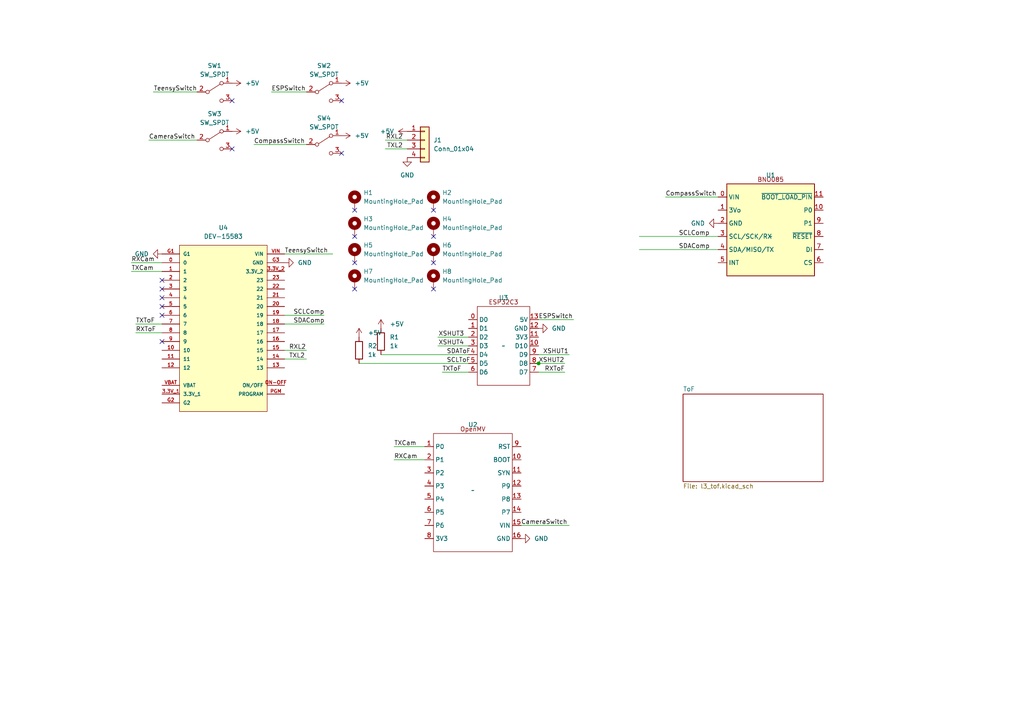
<source format=kicad_sch>
(kicad_sch (version 20231120) (generator "eeschema") (generator_version "8.0")
  (paper "A4")
  (lib_symbols
    (symbol "Board:DEV-15583" (pin_names (offset 1.016))
      (property "Reference" "U" (at -12.7 23.622 0))
      (property "Value" "DEV-15583" (at -12.7 -27.94 0))
      (symbol "DEV-15583_0_0"
        (rectangle (start -12.7 -25.4) (end 12.7 22.86) (stroke (width 0.1524)) (fill (type background)))
        (pin bidirectional line (at -17.78 17.78 0) (length 5.08) (name "0") (number "0"))
        (pin bidirectional line (at -17.78 15.24 0) (length 5.08) (name "1") (number "1"))
        (pin bidirectional line (at -17.78 -7.62 0) (length 5.08) (name "10") (number "10"))
        (pin bidirectional line (at -17.78 -10.16 0) (length 5.08) (name "11") (number "11"))
        (pin bidirectional line (at -17.78 -12.7 0) (length 5.08) (name "12") (number "12"))
        (pin bidirectional line (at 17.78 -12.7 180) (length 5.08) (name "13") (number "13"))
        (pin bidirectional line (at 17.78 -10.16 180) (length 5.08) (name "14") (number "14"))
        (pin bidirectional line (at 17.78 -7.62 180) (length 5.08) (name "15") (number "15"))
        (pin bidirectional line (at 17.78 -5.08 180) (length 5.08) (name "16") (number "16"))
        (pin bidirectional line (at 17.78 -2.54 180) (length 5.08) (name "17") (number "17"))
        (pin bidirectional line (at 17.78 0 180) (length 5.08) (name "18") (number "18"))
        (pin bidirectional line (at 17.78 2.54 180) (length 5.08) (name "19") (number "19"))
        (pin bidirectional line (at -17.78 12.7 0) (length 5.08) (name "2") (number "2"))
        (pin bidirectional line (at 17.78 5.08 180) (length 5.08) (name "20") (number "20"))
        (pin bidirectional line (at 17.78 7.62 180) (length 5.08) (name "21") (number "21"))
        (pin bidirectional line (at 17.78 10.16 180) (length 5.08) (name "22") (number "22"))
        (pin bidirectional line (at 17.78 12.7 180) (length 5.08) (name "23") (number "23"))
        (pin bidirectional line (at -17.78 10.16 0) (length 5.08) (name "3") (number "3"))
        (pin power_in line (at -17.78 -20.32 0) (length 5.08) (name "3.3V_1") (number "3.3V_1"))
        (pin power_in line (at 17.78 15.24 180) (length 5.08) (name "3.3V_2") (number "3.3V_2"))
        (pin bidirectional line (at -17.78 7.62 0) (length 5.08) (name "4") (number "4"))
        (pin bidirectional line (at -17.78 5.08 0) (length 5.08) (name "5") (number "5"))
        (pin bidirectional line (at -17.78 2.54 0) (length 5.08) (name "6") (number "6"))
        (pin bidirectional line (at -17.78 0 0) (length 5.08) (name "7") (number "7"))
        (pin bidirectional line (at -17.78 -2.54 0) (length 5.08) (name "8") (number "8"))
        (pin bidirectional line (at -17.78 -5.08 0) (length 5.08) (name "9") (number "9"))
        (pin power_in line (at -17.78 20.32 0) (length 5.08) (name "G1") (number "G1"))
        (pin power_in line (at -17.78 -22.86 0) (length 5.08) (name "G2") (number "G2"))
        (pin bidirectional line (at 17.78 -17.78 180) (length 5.08) (name "ON/OFF") (number "ON-OFF"))
        (pin bidirectional line (at 17.78 -20.32 180) (length 5.08) (name "PROGRAM") (number "PGM"))
        (pin power_in line (at -17.78 -17.78 0) (length 5.08) (name "VBAT") (number "VBAT"))
        (pin power_in line (at 17.78 20.32 180) (length 5.08) (name "VIN") (number "VIN"))
      )
      (symbol "DEV-15583_1_0"
        (pin power_in line (at 17.78 17.78 180) (length 5.08) (name "GND") (number "G3"))
      )
    )
    (symbol "Board:ESP32C3"
      (property "Reference" "U" (at 0 0 0))
      (symbol "ESP32C3_0_1"
        (rectangle (start -7.62 11.43) (end 7.62 -11.43))
      )
      (symbol "ESP32C3_1_1"
        (text "ESP32C3\n" (at 0 12.7 0) (effects (font (size 1.27 1.27))))
        (pin bidirectional line (at -10.16 7.62 0) (length 2.54) (name "D0") (number "0"))
        (pin bidirectional line (at -10.16 5.08 0) (length 2.54) (name "D1") (number "1"))
        (pin bidirectional line (at 10.16 0 180) (length 2.54) (name "D10") (number "10"))
        (pin power_out line (at 10.16 2.54 180) (length 2.54) (name "3V3") (number "11"))
        (pin power_in line (at 10.16 5.08 180) (length 2.54) (name "GND") (number "12"))
        (pin power_in line (at 10.16 7.62 180) (length 2.54) (name "5V") (number "13"))
        (pin bidirectional line (at -10.16 2.54 0) (length 2.54) (name "D2") (number "2"))
        (pin bidirectional line (at -10.16 0 0) (length 2.54) (name "D3") (number "3"))
        (pin bidirectional line (at -10.16 -2.54 0) (length 2.54) (name "D4") (number "4"))
        (pin bidirectional line (at -10.16 -5.08 0) (length 2.54) (name "D5") (number "5"))
        (pin bidirectional line (at -10.16 -7.62 0) (length 2.54) (name "D6") (number "6"))
        (pin bidirectional line (at 10.16 -7.62 180) (length 2.54) (name "D7") (number "7"))
        (pin bidirectional line (at 10.16 -5.08 180) (length 2.54) (name "D8") (number "8"))
        (pin bidirectional line (at 10.16 -2.54 180) (length 2.54) (name "D9") (number "9"))
      )
    )
    (symbol "Camera:Open_Mv_H7_R2"
      (property "Reference" "U" (at 0 19.05 0))
      (symbol "Open_Mv_H7_R2_0_0"
        (text "" (at 3.81 11.43 0) (effects (font (size 1.27 1.27))))
      )
      (symbol "Open_Mv_H7_R2_0_1"
        (rectangle (start -11.43 16.51) (end 11.43 -17.78))
      )
      (symbol "Open_Mv_H7_R2_1_1"
        (text "OpenMV" (at 0 17.78 0) (effects (font (size 1.27 1.27))))
        (pin bidirectional line (at -13.97 12.7 0) (length 2.54) (name "P0") (number "1"))
        (pin input line (at 13.97 8.89 180) (length 2.54) (name "BOOT") (number "10"))
        (pin output line (at 13.97 5.08 180) (length 2.54) (name "SYN") (number "11"))
        (pin bidirectional line (at 13.97 1.27 180) (length 2.54) (name "P9") (number "12"))
        (pin bidirectional line (at 13.97 -2.54 180) (length 2.54) (name "P8") (number "13"))
        (pin bidirectional line (at 13.97 -6.35 180) (length 2.54) (name "P7") (number "14"))
        (pin power_in line (at 13.97 -10.16 180) (length 2.54) (name "VIN") (number "15"))
        (pin power_in line (at 13.97 -13.97 180) (length 2.54) (name "GND") (number "16"))
        (pin bidirectional line (at -13.97 8.89 0) (length 2.54) (name "P1") (number "2"))
        (pin bidirectional line (at -13.97 5.08 0) (length 2.54) (name "P2") (number "3"))
        (pin bidirectional line (at -13.97 1.27 0) (length 2.54) (name "P3") (number "4"))
        (pin bidirectional line (at -13.97 -2.54 0) (length 2.54) (name "P4") (number "5"))
        (pin bidirectional line (at -13.97 -6.35 0) (length 2.54) (name "P5") (number "6"))
        (pin bidirectional line (at -13.97 -10.16 0) (length 2.54) (name "P6") (number "7"))
        (pin power_out line (at -13.97 -13.97 0) (length 2.54) (name "3V3") (number "8"))
        (pin input line (at 13.97 12.7 180) (length 2.54) (name "RST") (number "9"))
      )
    )
    (symbol "Connector_Generic:Conn_01x04" (pin_names (offset 1.016) hide)
      (property "Reference" "J" (at 0 5.08 0))
      (property "Value" "Conn_01x04" (at 0 -7.62 0))
      (symbol "Conn_01x04_1_1"
        (rectangle (start -1.27 -4.953) (end 0 -5.207) (stroke (width 0.1524)))
        (rectangle (start -1.27 -2.413) (end 0 -2.667) (stroke (width 0.1524)))
        (rectangle (start -1.27 0.127) (end 0 -0.127) (stroke (width 0.1524)))
        (rectangle (start -1.27 2.667) (end 0 2.413) (stroke (width 0.1524)))
        (rectangle (start -1.27 3.81) (end 1.27 -6.35) (stroke (width 0.254)) (fill (type background)))
        (pin passive line (at -5.08 2.54 0) (length 3.81) (name "Pin_1") (number "1"))
        (pin passive line (at -5.08 0 0) (length 3.81) (name "Pin_2") (number "2"))
        (pin passive line (at -5.08 -2.54 0) (length 3.81) (name "Pin_3") (number "3"))
        (pin passive line (at -5.08 -5.08 0) (length 3.81) (name "Pin_4") (number "4"))
      )
    )
    (symbol "Device:R" (pin_numbers hide) (pin_names (offset 0))
      (property "Reference" "R" (at 2.032 0 90))
      (property "Value" "R" (at 0 0 90))
      (symbol "R_0_1"
        (rectangle (start -1.016 -2.54) (end 1.016 2.54) (stroke (width 0.254)))
      )
      (symbol "R_1_1"
        (pin passive line (at 0 3.81 270) (length 1.27) (name "~") (number "1"))
        (pin passive line (at 0 -3.81 90) (length 1.27) (name "~") (number "2"))
      )
    )
    (symbol "Mechanical:MountingHole_Pad" (pin_numbers hide) (pin_names (offset 1.016) hide)
      (property "Reference" "H" (at 0 6.35 0))
      (property "Value" "MountingHole_Pad" (at 0 4.445 0))
      (symbol "MountingHole_Pad_0_1"
        (circle (center 0 1.27) (radius 1.27) (stroke (width 1.27)))
      )
      (symbol "MountingHole_Pad_1_1"
        (pin input line (at 0 -2.54 90) (length 2.54) (name "1") (number "1"))
      )
    )
    (symbol "Sensor_Motion:BNO085"
      (property "Reference" "U" (at 0 0 0))
      (symbol "BNO085_0_1"
        (rectangle (start -12.7 15.24) (end 12.7 -11.43) (stroke (width 0.254)) (fill (type background)))
      )
      (symbol "BNO085_1_1"
        (text "BNO085\n" (at 0 16.51 0) (effects (font (size 1.27 1.27))))
        (pin power_in line (at -15.24 11.43 0) (length 2.54) (name "VIN") (number "0"))
        (pin power_out line (at -15.24 7.62 0) (length 2.54) (name "3Vo") (number "1"))
        (pin input line (at 15.24 7.62 180) (length 2.54) (name "P0") (number "10"))
        (pin input line (at 15.24 11.43 180) (length 2.54) (name "~{BOOT_LOAD_PIN}") (number "11"))
        (pin power_in line (at -15.24 3.81 0) (length 2.54) (name "GND") (number "2"))
        (pin bidirectional line (at -15.24 0 0) (length 2.54) (name "SCL/SCK/RX") (number "3"))
        (pin bidirectional line (at -15.24 -3.81 0) (length 2.54) (name "SDA/MISO/TX") (number "4"))
        (pin output line (at -15.24 -7.62 0) (length 2.54) (name "INT") (number "5"))
        (pin input line (at 15.24 -7.62 180) (length 2.54) (name "CS") (number "6"))
        (pin input line (at 15.24 -3.81 180) (length 2.54) (name "DI") (number "7"))
        (pin input line (at 15.24 0 180) (length 2.54) (name "~{RESET}") (number "8"))
        (pin input line (at 15.24 3.81 180) (length 2.54) (name "P1") (number "9"))
      )
    )
    (symbol "Switch:SW_SPDT" (pin_names (offset 0) hide)
      (property "Reference" "SW" (at 0 4.318 0))
      (property "Value" "SW_SPDT" (at 0 -5.08 0))
      (symbol "SW_SPDT_0_0"
        (circle (center -2.032 0) (radius 0.508))
        (circle (center 2.032 -2.54) (radius 0.508))
      )
      (symbol "SW_SPDT_0_1"
        (polyline (pts (xy -1.524 0.254) (xy 1.651 2.286)))
        (circle (center 2.032 2.54) (radius 0.508))
      )
      (symbol "SW_SPDT_1_1"
        (pin passive line (at 5.08 2.54 180) (length 2.54) (name "A") (number "1"))
        (pin passive line (at -5.08 0 0) (length 2.54) (name "B") (number "2"))
        (pin passive line (at 5.08 -2.54 180) (length 2.54) (name "C") (number "3"))
      )
    )
    (symbol "power:+5V" (power) (pin_names (offset 0))
      (property "Value" "+5V" (at 0 3.556 0))
      (symbol "+5V_0_1"
        (polyline (pts (xy -0.762 1.27) (xy 0 2.54)))
        (polyline (pts (xy 0 0) (xy 0 2.54)))
        (polyline (pts (xy 0 2.54) (xy 0.762 1.27)))
      )
      (symbol "+5V_1_1"
        (pin power_in line (at 0 0 90) (length 0) hide (name "+5V") (number "1"))
      )
    )
    (symbol "power:GND" (power) (pin_names (offset 0))
      (property "Value" "GND" (at 0 -3.81 0))
      (symbol "GND_0_1"
        (polyline (pts (xy 0 0) (xy 0 -1.27) (xy 1.27 -1.27) (xy 0 -2.54) (xy -1.27 -1.27) (xy 0 -1.27)))
      )
      (symbol "GND_1_1"
        (pin power_in line (at 0 0 270) (length 0) hide (name "GND") (number "1"))
      )
    )
  )
  (junction (at 156.21 105.41))
  (no_connect (at 102.87 83.82))
  (no_connect (at 99.06 44.45))
  (no_connect (at 125.73 60.96))
  (no_connect (at 46.99 91.44))
  (no_connect (at 46.99 99.06))
  (no_connect (at 125.73 68.58))
  (no_connect (at 125.73 83.82))
  (no_connect (at 67.31 43.18))
  (no_connect (at 102.87 76.2))
  (no_connect (at 125.73 76.2))
  (no_connect (at 102.87 60.96))
  (no_connect (at 46.99 86.36))
  (no_connect (at 46.99 88.9))
  (no_connect (at 46.99 83.82))
  (no_connect (at 99.06 29.21))
  (no_connect (at 46.99 81.28))
  (no_connect (at 67.31 29.21))
  (no_connect (at 102.87 68.58))
  (wire (pts (xy 73.66 41.91) (xy 88.9 41.91)))
  (wire (pts (xy 156.21 92.71) (xy 166.37 92.71)))
  (wire (pts (xy 185.42 72.39) (xy 208.28 72.39)))
  (wire (pts (xy 39.37 93.98) (xy 46.99 93.98)))
  (wire (pts (xy 135.89 100.33) (xy 127 100.33)))
  (wire (pts (xy 135.89 97.79) (xy 127 97.79)))
  (wire (pts (xy 78.74 26.67) (xy 88.9 26.67)))
  (wire (pts (xy 82.55 104.14) (xy 88.9 104.14)))
  (wire (pts (xy 43.18 40.64) (xy 57.15 40.64)))
  (wire (pts (xy 82.55 93.98) (xy 93.98 93.98)))
  (wire (pts (xy 82.55 101.6) (xy 88.9 101.6)))
  (wire (pts (xy 82.55 91.44) (xy 93.98 91.44)))
  (wire (pts (xy 44.45 26.67) (xy 57.15 26.67)))
  (wire (pts (xy 38.1 76.2) (xy 46.99 76.2)))
  (wire (pts (xy 193.04 57.15) (xy 208.28 57.15)))
  (wire (pts (xy 156.21 102.87) (xy 165.1 102.87)))
  (wire (pts (xy 163.83 107.95) (xy 156.21 107.95)))
  (wire (pts (xy 151.13 152.4) (xy 165.1 152.4)))
  (wire (pts (xy 118.11 40.64) (xy 111.76 40.64)))
  (wire (pts (xy 118.11 43.18) (xy 111.76 43.18)))
  (wire (pts (xy 114.3 133.35) (xy 123.19 133.35)))
  (wire (pts (xy 104.14 105.41) (xy 135.89 105.41)))
  (wire (pts (xy 39.37 96.52) (xy 46.99 96.52)))
  (wire (pts (xy 38.1 78.74) (xy 46.99 78.74)))
  (wire (pts (xy 128.27 107.95) (xy 135.89 107.95)))
  (wire (pts (xy 154.94 105.41) (xy 156.21 105.41)))
  (wire (pts (xy 114.3 129.54) (xy 123.19 129.54)))
  (wire (pts (xy 82.55 73.66) (xy 96.52 73.66)))
  (wire (pts (xy 156.21 105.41) (xy 163.83 105.41)))
  (wire (pts (xy 110.49 102.87) (xy 135.89 102.87)))
  (wire (pts (xy 185.42 68.58) (xy 208.28 68.58)))
  (label "TeensySwitch" (at 82.55 73.66 0))
  (label "ESPSwitch" (at 78.74 26.67 0))
  (label "SDAToF" (at 129.54 102.87 0))
  (label "CompassSwitch" (at 193.04 57.15 0))
  (label "SCLComp" (at 85.09 91.44 0))
  (label "RXToF" (at 39.37 96.52 0))
  (label "TXCam" (at 38.1 78.74 0))
  (label "ESPSwitch" (at 156.21 92.71 0))
  (label "TXL2" (at 116.84 43.18 180))
  (label "SCLComp" (at 196.85 68.58 0))
  (label "SDAComp" (at 196.85 72.39 0))
  (label "SCLToF" (at 129.54 105.41 0))
  (label "RXToF" (at 163.83 107.95 180))
  (label "SDAComp" (at 85.09 93.98 0))
  (label "XSHUT4" (at 134.62 100.33 180))
  (label "XSHUT3" (at 134.62 97.79 180))
  (label "TXCam" (at 114.3 129.54 0))
  (label "CameraSwitch" (at 43.18 40.64 0))
  (label "XSHUT1" (at 157.48 102.87 0))
  (label "RXL2" (at 116.84 40.64 180))
  (label "XSHUT2" (at 156.21 105.41 0))
  (label "TXL2" (at 83.82 104.14 0))
  (label "CameraSwitch" (at 151.13 152.4 0))
  (label "TeensySwitch" (at 57.15 26.67 180))
  (label "RXCam" (at 38.1 76.2 0))
  (label "RXCam" (at 114.3 133.35 0))
  (label "TXToF" (at 39.37 93.98 0))
  (label "CompassSwitch" (at 73.66 41.91 0))
  (label "TXToF" (at 128.27 107.95 0))
  (label "RXL2" (at 83.82 101.6 0))
  (symbol (lib_id "power:+5V") (at 67.31 38.1 270) (unit 1)
    (property "Reference" "#PWR019" (effects (hide yes)))
    (property "Value" "+5V" (at 71.12 38.1 90) (effects (justify left)))
  )
  (symbol (lib_id "power:+5V") (at 110.49 95.25 0) (unit 1)
    (property "Reference" "#PWR018" (effects (hide yes)))
    (property "Value" "+5V" (at 113.03 93.98 0) (effects (justify left)))
  )
  (symbol (lib_id "Connector_Generic:Conn_01x04") (at 123.19 40.64 0) (unit 1)
    (property "Reference" "J1" (at 125.73 40.64 0) (effects (justify left)))
    (property "Value" "Conn_01x04" (at 125.73 43.18 0) (effects (justify left)))
    (property "Footprint" "Connector_JST:JST_XH_B4B-XH-AM_1x04_P2.50mm_Vertical" (effects (hide yes)))
  )
  (symbol (lib_id "Mechanical:MountingHole_Pad") (at 102.87 58.42 0) (unit 1)
    (property "Reference" "H1" (at 105.41 55.8799 0) (effects (justify left)))
    (property "Value" "MountingHole_Pad" (at 105.41 58.4199 0) (effects (justify left)))
    (property "Footprint" "MountingHole:MountingHole_3.2mm_M3_Pad_Via" (effects (hide yes)))
    (property "Description" "Mounting Hole with connection" (effects (hide yes)))
  )
  (symbol (lib_id "power:+5V") (at 99.06 24.13 270) (unit 1)
    (property "Reference" "#PWR06" (effects (hide yes)))
    (property "Value" "+5V" (at 102.87 24.13 90) (effects (justify left)))
  )
  (symbol (lib_id "Device:R") (at 110.49 99.06 180) (unit 1)
    (property "Reference" "R1" (at 113.03 97.79 0) (effects (justify right)))
    (property "Value" "1k" (at 113.03 100.33 0) (effects (justify right)))
    (property "Footprint" "Resistor_SMD:R_0603_1608Metric_Pad0.98x0.95mm_HandSolder" (effects (hide yes)))
  )
  (symbol (lib_id "power:+5V") (at 99.06 39.37 270) (unit 1)
    (property "Reference" "#PWR02" (effects (hide yes)))
    (property "Value" "+5V" (at 102.87 39.37 90) (effects (justify left)))
  )
  (symbol (lib_id "Mechanical:MountingHole_Pad") (at 102.87 73.66 0) (unit 1)
    (property "Reference" "H5" (at 105.41 71.1199 0) (effects (justify left)))
    (property "Value" "MountingHole_Pad" (at 105.41 73.6599 0) (effects (justify left)))
    (property "Footprint" "MountingHole:MountingHole_3.2mm_M3_Pad_Via" (effects (hide yes)))
    (property "Description" "Mounting Hole with connection" (effects (hide yes)))
  )
  (symbol (lib_id "power:+5V") (at 118.11 38.1 90) (unit 1)
    (property "Reference" "#PWR04" (effects (hide yes)))
    (property "Value" "+5V" (at 114.3 38.1 90) (effects (justify left)))
  )
  (symbol (lib_id "power:GND") (at 46.99 73.66 270) (unit 1)
    (property "Reference" "#PWR08" (effects (hide yes)))
    (property "Value" "GND" (at 43.1478 73.66 90) (effects (justify right)))
  )
  (symbol (lib_id "Switch:SW_SPDT") (at 62.23 40.64 0) (unit 1)
    (property "Reference" "SW3" (at 62.23 33.02 0))
    (property "Value" "SW_SPDT" (at 62.23 35.56 0))
    (property "Footprint" "Button_Switch_THT:SS12D00G3-2.5mm" (effects (hide yes)))
  )
  (symbol (lib_id "Mechanical:MountingHole_Pad") (at 125.73 81.28 0) (unit 1)
    (property "Reference" "H8" (at 128.27 78.7399 0) (effects (justify left)))
    (property "Value" "MountingHole_Pad" (at 128.27 81.2799 0) (effects (justify left)))
    (property "Footprint" "MountingHole:MountingHole_3.2mm_M3_Pad_Via" (effects (hide yes)))
    (property "Description" "Mounting Hole with connection" (effects (hide yes)))
  )
  (symbol (lib_id "Sensor_Motion:BNO085") (at 223.52 68.58 0) (unit 1)
    (property "Reference" "U1" (at 223.52 50.8 0))
    (property "Value" "~" (at 223.52 68.58 0))
    (property "Footprint" "Sensor_Motion:BNO085" (effects (hide yes)))
  )
  (symbol (lib_id "Mechanical:MountingHole_Pad") (at 102.87 66.04 0) (unit 1)
    (property "Reference" "H3" (at 105.41 63.4999 0) (effects (justify left)))
    (property "Value" "MountingHole_Pad" (at 105.41 66.0399 0) (effects (justify left)))
    (property "Footprint" "MountingHole:MountingHole_3.2mm_M3_Pad_Via" (effects (hide yes)))
    (property "Description" "Mounting Hole with connection" (effects (hide yes)))
  )
  (symbol (lib_id "power:GND") (at 118.11 45.72 0) (unit 1)
    (property "Reference" "#PWR023" (effects (hide yes)))
    (property "Value" "GND" (at 118.11 50.8 0))
  )
  (symbol (lib_id "power:GND") (at 151.13 156.21 90) (unit 1)
    (property "Reference" "#PWR05" (effects (hide yes)))
    (property "Value" "GND" (at 154.94 156.21 90) (effects (justify right)))
  )
  (symbol (lib_id "Switch:SW_SPDT") (at 62.23 26.67 0) (unit 1)
    (property "Reference" "SW1" (at 62.23 19.05 0))
    (property "Value" "SW_SPDT" (at 62.23 21.59 0))
    (property "Footprint" "Button_Switch_THT:SS12D00G3-2.5mm" (effects (hide yes)))
  )
  (symbol (lib_id "Switch:SW_SPDT") (at 93.98 41.91 0) (unit 1)
    (property "Reference" "SW4" (at 93.98 34.29 0))
    (property "Value" "SW_SPDT" (at 93.98 36.83 0))
    (property "Footprint" "Button_Switch_THT:SS12D00G3-2.5mm" (effects (hide yes)))
  )
  (symbol (lib_id "power:+5V") (at 104.14 97.79 0) (unit 1)
    (property "Reference" "#PWR017" (effects (hide yes)))
    (property "Value" "+5V" (at 106.68 96.52 0) (effects (justify left)))
  )
  (symbol (lib_id "power:GND") (at 156.21 95.25 90) (unit 1)
    (property "Reference" "#PWR020" (effects (hide yes)))
    (property "Value" "GND" (at 160.02 95.25 90) (effects (justify right)))
  )
  (symbol (lib_id "Board:DEV-15583") (at 64.77 93.98 0) (unit 1)
    (property "Reference" "U4" (at 64.77 66.04 0))
    (property "Value" "DEV-15583" (at 64.77 68.58 0))
    (property "Footprint" "Board:MODULE_DEV-15583" (effects (hide yes)))
    (property "Description" "\nRT1062 Teensy 4.0 series ARM® Cortex®-M7 MPU Embedded Evaluation Board\n" (effects (hide yes)))
    (property "MF" "SparkFun Electronics" (effects (hide yes)))
    (property "MAXIMUM_PACKAGE_HEIGHT" "5.87mm" (effects (hide yes)))
    (property "Package" "None" (effects (hide yes)))
    (property "Price" "None" (effects (hide yes)))
    (property "Check_prices" "https://www.snapeda.com/parts/DEV-15583/SparkFun+Electronics/view-part/?ref=eda" (effects (hide yes)))
    (property "STANDARD" "Manufacturer Recommendations" (effects (hide yes)))
    (property "SnapEDA_Link" "https://www.snapeda.com/parts/DEV-15583/SparkFun+Electronics/view-part/?ref=snap" (effects (hide yes)))
    (property "MP" "DEV-15583" (effects (hide yes)))
    (property "Purchase-URL" "https://www.snapeda.com/api/url_track_click_mouser/?unipart_id=4001229&manufacturer=SparkFun Electronics&part_name=DEV-15583&search_term=None" (effects (hide yes)))
    (property "Availability" "In Stock" (effects (hide yes)))
    (property "MANUFACTURER" "Sparkfun" (effects (hide yes)))
  )
  (symbol (lib_id "Mechanical:MountingHole_Pad") (at 125.73 73.66 0) (unit 1)
    (property "Reference" "H6" (at 128.27 71.1199 0) (effects (justify left)))
    (property "Value" "MountingHole_Pad" (at 128.27 73.6599 0) (effects (justify left)))
    (property "Footprint" "MountingHole:MountingHole_3.2mm_M3_Pad_Via" (effects (hide yes)))
    (property "Description" "Mounting Hole with connection" (effects (hide yes)))
  )
  (symbol (lib_id "power:GND") (at 82.55 76.2 90) (unit 1)
    (property "Reference" "#PWR07" (effects (hide yes)))
    (property "Value" "GND" (at 86.36 76.2 90) (effects (justify right)))
  )
  (symbol (lib_id "Mechanical:MountingHole_Pad") (at 125.73 66.04 0) (unit 1)
    (property "Reference" "H4" (at 128.27 63.4999 0) (effects (justify left)))
    (property "Value" "MountingHole_Pad" (at 128.27 66.0399 0) (effects (justify left)))
    (property "Footprint" "MountingHole:MountingHole_3.2mm_M3_Pad_Via" (effects (hide yes)))
    (property "Description" "Mounting Hole with connection" (effects (hide yes)))
  )
  (symbol (lib_id "power:GND") (at 208.28 64.77 270) (unit 1)
    (property "Reference" "#PWR03" (effects (hide yes)))
    (property "Value" "GND" (at 204.47 64.77 90) (effects (justify right)))
  )
  (symbol (lib_id "Board:ESP32C3") (at 146.05 100.33 0) (unit 1)
    (property "Reference" "U3" (at 146.05 86.36 0))
    (property "Value" "~" (at 146.05 100.33 0))
    (property "Footprint" "Board:xiao-esp32c3" (effects (hide yes)))
  )
  (symbol (lib_id "power:+5V") (at 67.31 24.13 270) (unit 1)
    (property "Reference" "#PWR01" (effects (hide yes)))
    (property "Value" "+5V" (at 71.12 24.13 90) (effects (justify left)))
  )
  (symbol (lib_id "Camera:Open_Mv_H7_R2") (at 137.16 142.24 0) (unit 1)
    (property "Reference" "U2" (at 137.16 123.19 0))
    (property "Value" "~" (at 137.16 142.24 0))
    (property "Footprint" "Camera:OpenMV" (effects (hide yes)))
  )
  (symbol (lib_id "Switch:SW_SPDT") (at 93.98 26.67 0) (unit 1)
    (property "Reference" "SW2" (at 93.98 19.05 0))
    (property "Value" "SW_SPDT" (at 93.98 21.59 0))
    (property "Footprint" "Button_Switch_THT:SS12D00G3-2.5mm" (effects (hide yes)))
  )
  (symbol (lib_id "Device:R") (at 104.14 101.6 180) (unit 1)
    (property "Reference" "R2" (at 106.68 100.33 0) (effects (justify right)))
    (property "Value" "1k" (at 106.68 102.87 0) (effects (justify right)))
    (property "Footprint" "Resistor_SMD:R_0603_1608Metric_Pad0.98x0.95mm_HandSolder" (effects (hide yes)))
  )
  (symbol (lib_id "Mechanical:MountingHole_Pad") (at 125.73 58.42 0) (unit 1)
    (property "Reference" "H2" (at 128.27 55.8799 0) (effects (justify left)))
    (property "Value" "MountingHole_Pad" (at 128.27 58.4199 0) (effects (justify left)))
    (property "Footprint" "MountingHole:MountingHole_3.2mm_M3_Pad_Via" (effects (hide yes)))
    (property "Description" "Mounting Hole with connection" (effects (hide yes)))
  )
  (symbol (lib_id "Mechanical:MountingHole_Pad") (at 102.87 81.28 0) (unit 1)
    (property "Reference" "H7" (at 105.41 78.7399 0) (effects (justify left)))
    (property "Value" "MountingHole_Pad" (at 105.41 81.2799 0) (effects (justify left)))
    (property "Footprint" "MountingHole:MountingHole_3.2mm_M3_Pad_Via" (effects (hide yes)))
    (property "Description" "Mounting Hole with connection" (effects (hide yes)))
  )
  (sheet (at 198.12 114.3) (size 40.64 25.4) (stroke (width 0.1524))
    (property "Sheetname" "ToF" (at 198.12 113.5884 0) (effects (justify left bottom)))
    (property "Sheetfile" "l3_tof.kicad_sch" (at 198.12 140.2846 0) (effects (justify left top)))
  )
)
</source>
